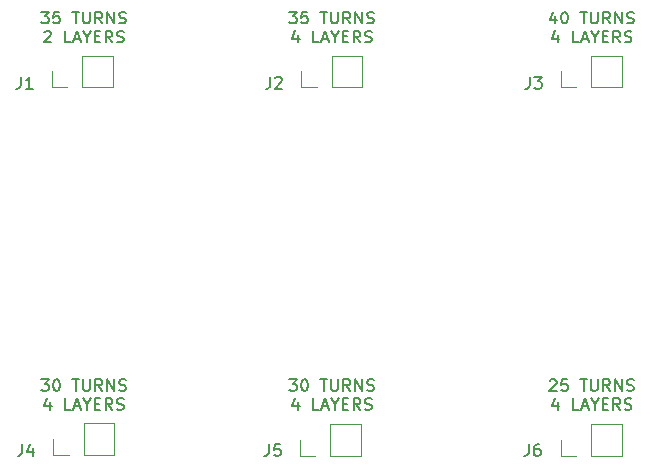
<source format=gbr>
%TF.GenerationSoftware,KiCad,Pcbnew,(5.1.6)-1*%
%TF.CreationDate,2020-09-18T13:43:39+05:30*%
%TF.ProjectId,PCB Electromagnet,50434220-456c-4656-9374-726f6d61676e,rev?*%
%TF.SameCoordinates,Original*%
%TF.FileFunction,Legend,Top*%
%TF.FilePolarity,Positive*%
%FSLAX46Y46*%
G04 Gerber Fmt 4.6, Leading zero omitted, Abs format (unit mm)*
G04 Created by KiCad (PCBNEW (5.1.6)-1) date 2020-09-18 13:43:39*
%MOMM*%
%LPD*%
G01*
G04 APERTURE LIST*
%ADD10C,0.160000*%
%ADD11C,0.120000*%
%ADD12C,0.150000*%
G04 APERTURE END LIST*
D10*
X99452380Y-104065714D02*
X99500000Y-104020000D01*
X99595238Y-103974285D01*
X99833333Y-103974285D01*
X99928571Y-104020000D01*
X99976190Y-104065714D01*
X100023809Y-104157142D01*
X100023809Y-104248571D01*
X99976190Y-104385714D01*
X99404761Y-104934285D01*
X100023809Y-104934285D01*
X100928571Y-103974285D02*
X100452380Y-103974285D01*
X100404761Y-104431428D01*
X100452380Y-104385714D01*
X100547619Y-104340000D01*
X100785714Y-104340000D01*
X100880952Y-104385714D01*
X100928571Y-104431428D01*
X100976190Y-104522857D01*
X100976190Y-104751428D01*
X100928571Y-104842857D01*
X100880952Y-104888571D01*
X100785714Y-104934285D01*
X100547619Y-104934285D01*
X100452380Y-104888571D01*
X100404761Y-104842857D01*
X102023809Y-103974285D02*
X102595238Y-103974285D01*
X102309523Y-104934285D02*
X102309523Y-103974285D01*
X102928571Y-103974285D02*
X102928571Y-104751428D01*
X102976190Y-104842857D01*
X103023809Y-104888571D01*
X103119047Y-104934285D01*
X103309523Y-104934285D01*
X103404761Y-104888571D01*
X103452380Y-104842857D01*
X103500000Y-104751428D01*
X103500000Y-103974285D01*
X104547619Y-104934285D02*
X104214285Y-104477142D01*
X103976190Y-104934285D02*
X103976190Y-103974285D01*
X104357142Y-103974285D01*
X104452380Y-104020000D01*
X104500000Y-104065714D01*
X104547619Y-104157142D01*
X104547619Y-104294285D01*
X104500000Y-104385714D01*
X104452380Y-104431428D01*
X104357142Y-104477142D01*
X103976190Y-104477142D01*
X104976190Y-104934285D02*
X104976190Y-103974285D01*
X105547619Y-104934285D01*
X105547619Y-103974285D01*
X105976190Y-104888571D02*
X106119047Y-104934285D01*
X106357142Y-104934285D01*
X106452380Y-104888571D01*
X106500000Y-104842857D01*
X106547619Y-104751428D01*
X106547619Y-104660000D01*
X106500000Y-104568571D01*
X106452380Y-104522857D01*
X106357142Y-104477142D01*
X106166666Y-104431428D01*
X106071428Y-104385714D01*
X106023809Y-104340000D01*
X105976190Y-104248571D01*
X105976190Y-104157142D01*
X106023809Y-104065714D01*
X106071428Y-104020000D01*
X106166666Y-103974285D01*
X106404761Y-103974285D01*
X106547619Y-104020000D01*
X100119047Y-105894285D02*
X100119047Y-106534285D01*
X99880952Y-105528571D02*
X99642857Y-106214285D01*
X100261904Y-106214285D01*
X101880952Y-106534285D02*
X101404761Y-106534285D01*
X101404761Y-105574285D01*
X102166666Y-106260000D02*
X102642857Y-106260000D01*
X102071428Y-106534285D02*
X102404761Y-105574285D01*
X102738095Y-106534285D01*
X103261904Y-106077142D02*
X103261904Y-106534285D01*
X102928571Y-105574285D02*
X103261904Y-106077142D01*
X103595238Y-105574285D01*
X103928571Y-106031428D02*
X104261904Y-106031428D01*
X104404761Y-106534285D02*
X103928571Y-106534285D01*
X103928571Y-105574285D01*
X104404761Y-105574285D01*
X105404761Y-106534285D02*
X105071428Y-106077142D01*
X104833333Y-106534285D02*
X104833333Y-105574285D01*
X105214285Y-105574285D01*
X105309523Y-105620000D01*
X105357142Y-105665714D01*
X105404761Y-105757142D01*
X105404761Y-105894285D01*
X105357142Y-105985714D01*
X105309523Y-106031428D01*
X105214285Y-106077142D01*
X104833333Y-106077142D01*
X105785714Y-106488571D02*
X105928571Y-106534285D01*
X106166666Y-106534285D01*
X106261904Y-106488571D01*
X106309523Y-106442857D01*
X106357142Y-106351428D01*
X106357142Y-106260000D01*
X106309523Y-106168571D01*
X106261904Y-106122857D01*
X106166666Y-106077142D01*
X105976190Y-106031428D01*
X105880952Y-105985714D01*
X105833333Y-105940000D01*
X105785714Y-105848571D01*
X105785714Y-105757142D01*
X105833333Y-105665714D01*
X105880952Y-105620000D01*
X105976190Y-105574285D01*
X106214285Y-105574285D01*
X106357142Y-105620000D01*
X77404761Y-103974285D02*
X78023809Y-103974285D01*
X77690476Y-104340000D01*
X77833333Y-104340000D01*
X77928571Y-104385714D01*
X77976190Y-104431428D01*
X78023809Y-104522857D01*
X78023809Y-104751428D01*
X77976190Y-104842857D01*
X77928571Y-104888571D01*
X77833333Y-104934285D01*
X77547619Y-104934285D01*
X77452380Y-104888571D01*
X77404761Y-104842857D01*
X78642857Y-103974285D02*
X78738095Y-103974285D01*
X78833333Y-104020000D01*
X78880952Y-104065714D01*
X78928571Y-104157142D01*
X78976190Y-104340000D01*
X78976190Y-104568571D01*
X78928571Y-104751428D01*
X78880952Y-104842857D01*
X78833333Y-104888571D01*
X78738095Y-104934285D01*
X78642857Y-104934285D01*
X78547619Y-104888571D01*
X78500000Y-104842857D01*
X78452380Y-104751428D01*
X78404761Y-104568571D01*
X78404761Y-104340000D01*
X78452380Y-104157142D01*
X78500000Y-104065714D01*
X78547619Y-104020000D01*
X78642857Y-103974285D01*
X80023809Y-103974285D02*
X80595238Y-103974285D01*
X80309523Y-104934285D02*
X80309523Y-103974285D01*
X80928571Y-103974285D02*
X80928571Y-104751428D01*
X80976190Y-104842857D01*
X81023809Y-104888571D01*
X81119047Y-104934285D01*
X81309523Y-104934285D01*
X81404761Y-104888571D01*
X81452380Y-104842857D01*
X81500000Y-104751428D01*
X81500000Y-103974285D01*
X82547619Y-104934285D02*
X82214285Y-104477142D01*
X81976190Y-104934285D02*
X81976190Y-103974285D01*
X82357142Y-103974285D01*
X82452380Y-104020000D01*
X82500000Y-104065714D01*
X82547619Y-104157142D01*
X82547619Y-104294285D01*
X82500000Y-104385714D01*
X82452380Y-104431428D01*
X82357142Y-104477142D01*
X81976190Y-104477142D01*
X82976190Y-104934285D02*
X82976190Y-103974285D01*
X83547619Y-104934285D01*
X83547619Y-103974285D01*
X83976190Y-104888571D02*
X84119047Y-104934285D01*
X84357142Y-104934285D01*
X84452380Y-104888571D01*
X84500000Y-104842857D01*
X84547619Y-104751428D01*
X84547619Y-104660000D01*
X84500000Y-104568571D01*
X84452380Y-104522857D01*
X84357142Y-104477142D01*
X84166666Y-104431428D01*
X84071428Y-104385714D01*
X84023809Y-104340000D01*
X83976190Y-104248571D01*
X83976190Y-104157142D01*
X84023809Y-104065714D01*
X84071428Y-104020000D01*
X84166666Y-103974285D01*
X84404761Y-103974285D01*
X84547619Y-104020000D01*
X78119047Y-105894285D02*
X78119047Y-106534285D01*
X77880952Y-105528571D02*
X77642857Y-106214285D01*
X78261904Y-106214285D01*
X79880952Y-106534285D02*
X79404761Y-106534285D01*
X79404761Y-105574285D01*
X80166666Y-106260000D02*
X80642857Y-106260000D01*
X80071428Y-106534285D02*
X80404761Y-105574285D01*
X80738095Y-106534285D01*
X81261904Y-106077142D02*
X81261904Y-106534285D01*
X80928571Y-105574285D02*
X81261904Y-106077142D01*
X81595238Y-105574285D01*
X81928571Y-106031428D02*
X82261904Y-106031428D01*
X82404761Y-106534285D02*
X81928571Y-106534285D01*
X81928571Y-105574285D01*
X82404761Y-105574285D01*
X83404761Y-106534285D02*
X83071428Y-106077142D01*
X82833333Y-106534285D02*
X82833333Y-105574285D01*
X83214285Y-105574285D01*
X83309523Y-105620000D01*
X83357142Y-105665714D01*
X83404761Y-105757142D01*
X83404761Y-105894285D01*
X83357142Y-105985714D01*
X83309523Y-106031428D01*
X83214285Y-106077142D01*
X82833333Y-106077142D01*
X83785714Y-106488571D02*
X83928571Y-106534285D01*
X84166666Y-106534285D01*
X84261904Y-106488571D01*
X84309523Y-106442857D01*
X84357142Y-106351428D01*
X84357142Y-106260000D01*
X84309523Y-106168571D01*
X84261904Y-106122857D01*
X84166666Y-106077142D01*
X83976190Y-106031428D01*
X83880952Y-105985714D01*
X83833333Y-105940000D01*
X83785714Y-105848571D01*
X83785714Y-105757142D01*
X83833333Y-105665714D01*
X83880952Y-105620000D01*
X83976190Y-105574285D01*
X84214285Y-105574285D01*
X84357142Y-105620000D01*
X56404761Y-103974285D02*
X57023809Y-103974285D01*
X56690476Y-104340000D01*
X56833333Y-104340000D01*
X56928571Y-104385714D01*
X56976190Y-104431428D01*
X57023809Y-104522857D01*
X57023809Y-104751428D01*
X56976190Y-104842857D01*
X56928571Y-104888571D01*
X56833333Y-104934285D01*
X56547619Y-104934285D01*
X56452380Y-104888571D01*
X56404761Y-104842857D01*
X57642857Y-103974285D02*
X57738095Y-103974285D01*
X57833333Y-104020000D01*
X57880952Y-104065714D01*
X57928571Y-104157142D01*
X57976190Y-104340000D01*
X57976190Y-104568571D01*
X57928571Y-104751428D01*
X57880952Y-104842857D01*
X57833333Y-104888571D01*
X57738095Y-104934285D01*
X57642857Y-104934285D01*
X57547619Y-104888571D01*
X57500000Y-104842857D01*
X57452380Y-104751428D01*
X57404761Y-104568571D01*
X57404761Y-104340000D01*
X57452380Y-104157142D01*
X57500000Y-104065714D01*
X57547619Y-104020000D01*
X57642857Y-103974285D01*
X59023809Y-103974285D02*
X59595238Y-103974285D01*
X59309523Y-104934285D02*
X59309523Y-103974285D01*
X59928571Y-103974285D02*
X59928571Y-104751428D01*
X59976190Y-104842857D01*
X60023809Y-104888571D01*
X60119047Y-104934285D01*
X60309523Y-104934285D01*
X60404761Y-104888571D01*
X60452380Y-104842857D01*
X60500000Y-104751428D01*
X60500000Y-103974285D01*
X61547619Y-104934285D02*
X61214285Y-104477142D01*
X60976190Y-104934285D02*
X60976190Y-103974285D01*
X61357142Y-103974285D01*
X61452380Y-104020000D01*
X61500000Y-104065714D01*
X61547619Y-104157142D01*
X61547619Y-104294285D01*
X61500000Y-104385714D01*
X61452380Y-104431428D01*
X61357142Y-104477142D01*
X60976190Y-104477142D01*
X61976190Y-104934285D02*
X61976190Y-103974285D01*
X62547619Y-104934285D01*
X62547619Y-103974285D01*
X62976190Y-104888571D02*
X63119047Y-104934285D01*
X63357142Y-104934285D01*
X63452380Y-104888571D01*
X63500000Y-104842857D01*
X63547619Y-104751428D01*
X63547619Y-104660000D01*
X63500000Y-104568571D01*
X63452380Y-104522857D01*
X63357142Y-104477142D01*
X63166666Y-104431428D01*
X63071428Y-104385714D01*
X63023809Y-104340000D01*
X62976190Y-104248571D01*
X62976190Y-104157142D01*
X63023809Y-104065714D01*
X63071428Y-104020000D01*
X63166666Y-103974285D01*
X63404761Y-103974285D01*
X63547619Y-104020000D01*
X57119047Y-105894285D02*
X57119047Y-106534285D01*
X56880952Y-105528571D02*
X56642857Y-106214285D01*
X57261904Y-106214285D01*
X58880952Y-106534285D02*
X58404761Y-106534285D01*
X58404761Y-105574285D01*
X59166666Y-106260000D02*
X59642857Y-106260000D01*
X59071428Y-106534285D02*
X59404761Y-105574285D01*
X59738095Y-106534285D01*
X60261904Y-106077142D02*
X60261904Y-106534285D01*
X59928571Y-105574285D02*
X60261904Y-106077142D01*
X60595238Y-105574285D01*
X60928571Y-106031428D02*
X61261904Y-106031428D01*
X61404761Y-106534285D02*
X60928571Y-106534285D01*
X60928571Y-105574285D01*
X61404761Y-105574285D01*
X62404761Y-106534285D02*
X62071428Y-106077142D01*
X61833333Y-106534285D02*
X61833333Y-105574285D01*
X62214285Y-105574285D01*
X62309523Y-105620000D01*
X62357142Y-105665714D01*
X62404761Y-105757142D01*
X62404761Y-105894285D01*
X62357142Y-105985714D01*
X62309523Y-106031428D01*
X62214285Y-106077142D01*
X61833333Y-106077142D01*
X62785714Y-106488571D02*
X62928571Y-106534285D01*
X63166666Y-106534285D01*
X63261904Y-106488571D01*
X63309523Y-106442857D01*
X63357142Y-106351428D01*
X63357142Y-106260000D01*
X63309523Y-106168571D01*
X63261904Y-106122857D01*
X63166666Y-106077142D01*
X62976190Y-106031428D01*
X62880952Y-105985714D01*
X62833333Y-105940000D01*
X62785714Y-105848571D01*
X62785714Y-105757142D01*
X62833333Y-105665714D01*
X62880952Y-105620000D01*
X62976190Y-105574285D01*
X63214285Y-105574285D01*
X63357142Y-105620000D01*
X99928571Y-73194285D02*
X99928571Y-73834285D01*
X99690476Y-72828571D02*
X99452380Y-73514285D01*
X100071428Y-73514285D01*
X100642857Y-72874285D02*
X100738095Y-72874285D01*
X100833333Y-72920000D01*
X100880952Y-72965714D01*
X100928571Y-73057142D01*
X100976190Y-73240000D01*
X100976190Y-73468571D01*
X100928571Y-73651428D01*
X100880952Y-73742857D01*
X100833333Y-73788571D01*
X100738095Y-73834285D01*
X100642857Y-73834285D01*
X100547619Y-73788571D01*
X100500000Y-73742857D01*
X100452380Y-73651428D01*
X100404761Y-73468571D01*
X100404761Y-73240000D01*
X100452380Y-73057142D01*
X100500000Y-72965714D01*
X100547619Y-72920000D01*
X100642857Y-72874285D01*
X102023809Y-72874285D02*
X102595238Y-72874285D01*
X102309523Y-73834285D02*
X102309523Y-72874285D01*
X102928571Y-72874285D02*
X102928571Y-73651428D01*
X102976190Y-73742857D01*
X103023809Y-73788571D01*
X103119047Y-73834285D01*
X103309523Y-73834285D01*
X103404761Y-73788571D01*
X103452380Y-73742857D01*
X103500000Y-73651428D01*
X103500000Y-72874285D01*
X104547619Y-73834285D02*
X104214285Y-73377142D01*
X103976190Y-73834285D02*
X103976190Y-72874285D01*
X104357142Y-72874285D01*
X104452380Y-72920000D01*
X104500000Y-72965714D01*
X104547619Y-73057142D01*
X104547619Y-73194285D01*
X104500000Y-73285714D01*
X104452380Y-73331428D01*
X104357142Y-73377142D01*
X103976190Y-73377142D01*
X104976190Y-73834285D02*
X104976190Y-72874285D01*
X105547619Y-73834285D01*
X105547619Y-72874285D01*
X105976190Y-73788571D02*
X106119047Y-73834285D01*
X106357142Y-73834285D01*
X106452380Y-73788571D01*
X106500000Y-73742857D01*
X106547619Y-73651428D01*
X106547619Y-73560000D01*
X106500000Y-73468571D01*
X106452380Y-73422857D01*
X106357142Y-73377142D01*
X106166666Y-73331428D01*
X106071428Y-73285714D01*
X106023809Y-73240000D01*
X105976190Y-73148571D01*
X105976190Y-73057142D01*
X106023809Y-72965714D01*
X106071428Y-72920000D01*
X106166666Y-72874285D01*
X106404761Y-72874285D01*
X106547619Y-72920000D01*
X100119047Y-74794285D02*
X100119047Y-75434285D01*
X99880952Y-74428571D02*
X99642857Y-75114285D01*
X100261904Y-75114285D01*
X101880952Y-75434285D02*
X101404761Y-75434285D01*
X101404761Y-74474285D01*
X102166666Y-75160000D02*
X102642857Y-75160000D01*
X102071428Y-75434285D02*
X102404761Y-74474285D01*
X102738095Y-75434285D01*
X103261904Y-74977142D02*
X103261904Y-75434285D01*
X102928571Y-74474285D02*
X103261904Y-74977142D01*
X103595238Y-74474285D01*
X103928571Y-74931428D02*
X104261904Y-74931428D01*
X104404761Y-75434285D02*
X103928571Y-75434285D01*
X103928571Y-74474285D01*
X104404761Y-74474285D01*
X105404761Y-75434285D02*
X105071428Y-74977142D01*
X104833333Y-75434285D02*
X104833333Y-74474285D01*
X105214285Y-74474285D01*
X105309523Y-74520000D01*
X105357142Y-74565714D01*
X105404761Y-74657142D01*
X105404761Y-74794285D01*
X105357142Y-74885714D01*
X105309523Y-74931428D01*
X105214285Y-74977142D01*
X104833333Y-74977142D01*
X105785714Y-75388571D02*
X105928571Y-75434285D01*
X106166666Y-75434285D01*
X106261904Y-75388571D01*
X106309523Y-75342857D01*
X106357142Y-75251428D01*
X106357142Y-75160000D01*
X106309523Y-75068571D01*
X106261904Y-75022857D01*
X106166666Y-74977142D01*
X105976190Y-74931428D01*
X105880952Y-74885714D01*
X105833333Y-74840000D01*
X105785714Y-74748571D01*
X105785714Y-74657142D01*
X105833333Y-74565714D01*
X105880952Y-74520000D01*
X105976190Y-74474285D01*
X106214285Y-74474285D01*
X106357142Y-74520000D01*
X77404761Y-72874285D02*
X78023809Y-72874285D01*
X77690476Y-73240000D01*
X77833333Y-73240000D01*
X77928571Y-73285714D01*
X77976190Y-73331428D01*
X78023809Y-73422857D01*
X78023809Y-73651428D01*
X77976190Y-73742857D01*
X77928571Y-73788571D01*
X77833333Y-73834285D01*
X77547619Y-73834285D01*
X77452380Y-73788571D01*
X77404761Y-73742857D01*
X78928571Y-72874285D02*
X78452380Y-72874285D01*
X78404761Y-73331428D01*
X78452380Y-73285714D01*
X78547619Y-73240000D01*
X78785714Y-73240000D01*
X78880952Y-73285714D01*
X78928571Y-73331428D01*
X78976190Y-73422857D01*
X78976190Y-73651428D01*
X78928571Y-73742857D01*
X78880952Y-73788571D01*
X78785714Y-73834285D01*
X78547619Y-73834285D01*
X78452380Y-73788571D01*
X78404761Y-73742857D01*
X80023809Y-72874285D02*
X80595238Y-72874285D01*
X80309523Y-73834285D02*
X80309523Y-72874285D01*
X80928571Y-72874285D02*
X80928571Y-73651428D01*
X80976190Y-73742857D01*
X81023809Y-73788571D01*
X81119047Y-73834285D01*
X81309523Y-73834285D01*
X81404761Y-73788571D01*
X81452380Y-73742857D01*
X81500000Y-73651428D01*
X81500000Y-72874285D01*
X82547619Y-73834285D02*
X82214285Y-73377142D01*
X81976190Y-73834285D02*
X81976190Y-72874285D01*
X82357142Y-72874285D01*
X82452380Y-72920000D01*
X82500000Y-72965714D01*
X82547619Y-73057142D01*
X82547619Y-73194285D01*
X82500000Y-73285714D01*
X82452380Y-73331428D01*
X82357142Y-73377142D01*
X81976190Y-73377142D01*
X82976190Y-73834285D02*
X82976190Y-72874285D01*
X83547619Y-73834285D01*
X83547619Y-72874285D01*
X83976190Y-73788571D02*
X84119047Y-73834285D01*
X84357142Y-73834285D01*
X84452380Y-73788571D01*
X84500000Y-73742857D01*
X84547619Y-73651428D01*
X84547619Y-73560000D01*
X84500000Y-73468571D01*
X84452380Y-73422857D01*
X84357142Y-73377142D01*
X84166666Y-73331428D01*
X84071428Y-73285714D01*
X84023809Y-73240000D01*
X83976190Y-73148571D01*
X83976190Y-73057142D01*
X84023809Y-72965714D01*
X84071428Y-72920000D01*
X84166666Y-72874285D01*
X84404761Y-72874285D01*
X84547619Y-72920000D01*
X78119047Y-74794285D02*
X78119047Y-75434285D01*
X77880952Y-74428571D02*
X77642857Y-75114285D01*
X78261904Y-75114285D01*
X79880952Y-75434285D02*
X79404761Y-75434285D01*
X79404761Y-74474285D01*
X80166666Y-75160000D02*
X80642857Y-75160000D01*
X80071428Y-75434285D02*
X80404761Y-74474285D01*
X80738095Y-75434285D01*
X81261904Y-74977142D02*
X81261904Y-75434285D01*
X80928571Y-74474285D02*
X81261904Y-74977142D01*
X81595238Y-74474285D01*
X81928571Y-74931428D02*
X82261904Y-74931428D01*
X82404761Y-75434285D02*
X81928571Y-75434285D01*
X81928571Y-74474285D01*
X82404761Y-74474285D01*
X83404761Y-75434285D02*
X83071428Y-74977142D01*
X82833333Y-75434285D02*
X82833333Y-74474285D01*
X83214285Y-74474285D01*
X83309523Y-74520000D01*
X83357142Y-74565714D01*
X83404761Y-74657142D01*
X83404761Y-74794285D01*
X83357142Y-74885714D01*
X83309523Y-74931428D01*
X83214285Y-74977142D01*
X82833333Y-74977142D01*
X83785714Y-75388571D02*
X83928571Y-75434285D01*
X84166666Y-75434285D01*
X84261904Y-75388571D01*
X84309523Y-75342857D01*
X84357142Y-75251428D01*
X84357142Y-75160000D01*
X84309523Y-75068571D01*
X84261904Y-75022857D01*
X84166666Y-74977142D01*
X83976190Y-74931428D01*
X83880952Y-74885714D01*
X83833333Y-74840000D01*
X83785714Y-74748571D01*
X83785714Y-74657142D01*
X83833333Y-74565714D01*
X83880952Y-74520000D01*
X83976190Y-74474285D01*
X84214285Y-74474285D01*
X84357142Y-74520000D01*
X56404761Y-72874285D02*
X57023809Y-72874285D01*
X56690476Y-73240000D01*
X56833333Y-73240000D01*
X56928571Y-73285714D01*
X56976190Y-73331428D01*
X57023809Y-73422857D01*
X57023809Y-73651428D01*
X56976190Y-73742857D01*
X56928571Y-73788571D01*
X56833333Y-73834285D01*
X56547619Y-73834285D01*
X56452380Y-73788571D01*
X56404761Y-73742857D01*
X57928571Y-72874285D02*
X57452380Y-72874285D01*
X57404761Y-73331428D01*
X57452380Y-73285714D01*
X57547619Y-73240000D01*
X57785714Y-73240000D01*
X57880952Y-73285714D01*
X57928571Y-73331428D01*
X57976190Y-73422857D01*
X57976190Y-73651428D01*
X57928571Y-73742857D01*
X57880952Y-73788571D01*
X57785714Y-73834285D01*
X57547619Y-73834285D01*
X57452380Y-73788571D01*
X57404761Y-73742857D01*
X59023809Y-72874285D02*
X59595238Y-72874285D01*
X59309523Y-73834285D02*
X59309523Y-72874285D01*
X59928571Y-72874285D02*
X59928571Y-73651428D01*
X59976190Y-73742857D01*
X60023809Y-73788571D01*
X60119047Y-73834285D01*
X60309523Y-73834285D01*
X60404761Y-73788571D01*
X60452380Y-73742857D01*
X60500000Y-73651428D01*
X60500000Y-72874285D01*
X61547619Y-73834285D02*
X61214285Y-73377142D01*
X60976190Y-73834285D02*
X60976190Y-72874285D01*
X61357142Y-72874285D01*
X61452380Y-72920000D01*
X61500000Y-72965714D01*
X61547619Y-73057142D01*
X61547619Y-73194285D01*
X61500000Y-73285714D01*
X61452380Y-73331428D01*
X61357142Y-73377142D01*
X60976190Y-73377142D01*
X61976190Y-73834285D02*
X61976190Y-72874285D01*
X62547619Y-73834285D01*
X62547619Y-72874285D01*
X62976190Y-73788571D02*
X63119047Y-73834285D01*
X63357142Y-73834285D01*
X63452380Y-73788571D01*
X63500000Y-73742857D01*
X63547619Y-73651428D01*
X63547619Y-73560000D01*
X63500000Y-73468571D01*
X63452380Y-73422857D01*
X63357142Y-73377142D01*
X63166666Y-73331428D01*
X63071428Y-73285714D01*
X63023809Y-73240000D01*
X62976190Y-73148571D01*
X62976190Y-73057142D01*
X63023809Y-72965714D01*
X63071428Y-72920000D01*
X63166666Y-72874285D01*
X63404761Y-72874285D01*
X63547619Y-72920000D01*
X56642857Y-74565714D02*
X56690476Y-74520000D01*
X56785714Y-74474285D01*
X57023809Y-74474285D01*
X57119047Y-74520000D01*
X57166666Y-74565714D01*
X57214285Y-74657142D01*
X57214285Y-74748571D01*
X57166666Y-74885714D01*
X56595238Y-75434285D01*
X57214285Y-75434285D01*
X58880952Y-75434285D02*
X58404761Y-75434285D01*
X58404761Y-74474285D01*
X59166666Y-75160000D02*
X59642857Y-75160000D01*
X59071428Y-75434285D02*
X59404761Y-74474285D01*
X59738095Y-75434285D01*
X60261904Y-74977142D02*
X60261904Y-75434285D01*
X59928571Y-74474285D02*
X60261904Y-74977142D01*
X60595238Y-74474285D01*
X60928571Y-74931428D02*
X61261904Y-74931428D01*
X61404761Y-75434285D02*
X60928571Y-75434285D01*
X60928571Y-74474285D01*
X61404761Y-74474285D01*
X62404761Y-75434285D02*
X62071428Y-74977142D01*
X61833333Y-75434285D02*
X61833333Y-74474285D01*
X62214285Y-74474285D01*
X62309523Y-74520000D01*
X62357142Y-74565714D01*
X62404761Y-74657142D01*
X62404761Y-74794285D01*
X62357142Y-74885714D01*
X62309523Y-74931428D01*
X62214285Y-74977142D01*
X61833333Y-74977142D01*
X62785714Y-75388571D02*
X62928571Y-75434285D01*
X63166666Y-75434285D01*
X63261904Y-75388571D01*
X63309523Y-75342857D01*
X63357142Y-75251428D01*
X63357142Y-75160000D01*
X63309523Y-75068571D01*
X63261904Y-75022857D01*
X63166666Y-74977142D01*
X62976190Y-74931428D01*
X62880952Y-74885714D01*
X62833333Y-74840000D01*
X62785714Y-74748571D01*
X62785714Y-74657142D01*
X62833333Y-74565714D01*
X62880952Y-74520000D01*
X62976190Y-74474285D01*
X63214285Y-74474285D01*
X63357142Y-74520000D01*
D11*
%TO.C,J1*%
X62470000Y-79230000D02*
X62470000Y-76570000D01*
X59870000Y-79230000D02*
X62470000Y-79230000D01*
X59870000Y-76570000D02*
X62470000Y-76570000D01*
X59870000Y-79230000D02*
X59870000Y-76570000D01*
X58600000Y-79230000D02*
X57270000Y-79230000D01*
X57270000Y-79230000D02*
X57270000Y-77900000D01*
%TO.C,J2*%
X83570000Y-79230000D02*
X83570000Y-76570000D01*
X80970000Y-79230000D02*
X83570000Y-79230000D01*
X80970000Y-76570000D02*
X83570000Y-76570000D01*
X80970000Y-79230000D02*
X80970000Y-76570000D01*
X79700000Y-79230000D02*
X78370000Y-79230000D01*
X78370000Y-79230000D02*
X78370000Y-77900000D01*
%TO.C,J3*%
X105570000Y-79230000D02*
X105570000Y-76570000D01*
X102970000Y-79230000D02*
X105570000Y-79230000D01*
X102970000Y-76570000D02*
X105570000Y-76570000D01*
X102970000Y-79230000D02*
X102970000Y-76570000D01*
X101700000Y-79230000D02*
X100370000Y-79230000D01*
X100370000Y-79230000D02*
X100370000Y-77900000D01*
%TO.C,J4*%
X62570000Y-110330000D02*
X62570000Y-107670000D01*
X59970000Y-110330000D02*
X62570000Y-110330000D01*
X59970000Y-107670000D02*
X62570000Y-107670000D01*
X59970000Y-110330000D02*
X59970000Y-107670000D01*
X58700000Y-110330000D02*
X57370000Y-110330000D01*
X57370000Y-110330000D02*
X57370000Y-109000000D01*
%TO.C,J5*%
X83470000Y-110430000D02*
X83470000Y-107770000D01*
X80870000Y-110430000D02*
X83470000Y-110430000D01*
X80870000Y-107770000D02*
X83470000Y-107770000D01*
X80870000Y-110430000D02*
X80870000Y-107770000D01*
X79600000Y-110430000D02*
X78270000Y-110430000D01*
X78270000Y-110430000D02*
X78270000Y-109100000D01*
%TO.C,J6*%
X100370000Y-110430000D02*
X100370000Y-109100000D01*
X101700000Y-110430000D02*
X100370000Y-110430000D01*
X102970000Y-110430000D02*
X102970000Y-107770000D01*
X102970000Y-107770000D02*
X105570000Y-107770000D01*
X102970000Y-110430000D02*
X105570000Y-110430000D01*
X105570000Y-110430000D02*
X105570000Y-107770000D01*
%TO.C,J1*%
D12*
X54666666Y-78352380D02*
X54666666Y-79066666D01*
X54619047Y-79209523D01*
X54523809Y-79304761D01*
X54380952Y-79352380D01*
X54285714Y-79352380D01*
X55666666Y-79352380D02*
X55095238Y-79352380D01*
X55380952Y-79352380D02*
X55380952Y-78352380D01*
X55285714Y-78495238D01*
X55190476Y-78590476D01*
X55095238Y-78638095D01*
%TO.C,J2*%
X75766666Y-78352380D02*
X75766666Y-79066666D01*
X75719047Y-79209523D01*
X75623809Y-79304761D01*
X75480952Y-79352380D01*
X75385714Y-79352380D01*
X76195238Y-78447619D02*
X76242857Y-78400000D01*
X76338095Y-78352380D01*
X76576190Y-78352380D01*
X76671428Y-78400000D01*
X76719047Y-78447619D01*
X76766666Y-78542857D01*
X76766666Y-78638095D01*
X76719047Y-78780952D01*
X76147619Y-79352380D01*
X76766666Y-79352380D01*
%TO.C,J3*%
X97766666Y-78352380D02*
X97766666Y-79066666D01*
X97719047Y-79209523D01*
X97623809Y-79304761D01*
X97480952Y-79352380D01*
X97385714Y-79352380D01*
X98147619Y-78352380D02*
X98766666Y-78352380D01*
X98433333Y-78733333D01*
X98576190Y-78733333D01*
X98671428Y-78780952D01*
X98719047Y-78828571D01*
X98766666Y-78923809D01*
X98766666Y-79161904D01*
X98719047Y-79257142D01*
X98671428Y-79304761D01*
X98576190Y-79352380D01*
X98290476Y-79352380D01*
X98195238Y-79304761D01*
X98147619Y-79257142D01*
%TO.C,J4*%
X54766666Y-109452380D02*
X54766666Y-110166666D01*
X54719047Y-110309523D01*
X54623809Y-110404761D01*
X54480952Y-110452380D01*
X54385714Y-110452380D01*
X55671428Y-109785714D02*
X55671428Y-110452380D01*
X55433333Y-109404761D02*
X55195238Y-110119047D01*
X55814285Y-110119047D01*
%TO.C,J5*%
X75666666Y-109452380D02*
X75666666Y-110166666D01*
X75619047Y-110309523D01*
X75523809Y-110404761D01*
X75380952Y-110452380D01*
X75285714Y-110452380D01*
X76619047Y-109452380D02*
X76142857Y-109452380D01*
X76095238Y-109928571D01*
X76142857Y-109880952D01*
X76238095Y-109833333D01*
X76476190Y-109833333D01*
X76571428Y-109880952D01*
X76619047Y-109928571D01*
X76666666Y-110023809D01*
X76666666Y-110261904D01*
X76619047Y-110357142D01*
X76571428Y-110404761D01*
X76476190Y-110452380D01*
X76238095Y-110452380D01*
X76142857Y-110404761D01*
X76095238Y-110357142D01*
%TO.C,J6*%
X97666666Y-109452380D02*
X97666666Y-110166666D01*
X97619047Y-110309523D01*
X97523809Y-110404761D01*
X97380952Y-110452380D01*
X97285714Y-110452380D01*
X98571428Y-109452380D02*
X98380952Y-109452380D01*
X98285714Y-109500000D01*
X98238095Y-109547619D01*
X98142857Y-109690476D01*
X98095238Y-109880952D01*
X98095238Y-110261904D01*
X98142857Y-110357142D01*
X98190476Y-110404761D01*
X98285714Y-110452380D01*
X98476190Y-110452380D01*
X98571428Y-110404761D01*
X98619047Y-110357142D01*
X98666666Y-110261904D01*
X98666666Y-110023809D01*
X98619047Y-109928571D01*
X98571428Y-109880952D01*
X98476190Y-109833333D01*
X98285714Y-109833333D01*
X98190476Y-109880952D01*
X98142857Y-109928571D01*
X98095238Y-110023809D01*
%TD*%
M02*

</source>
